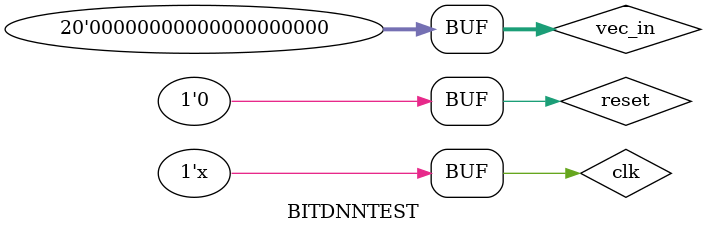
<source format=v>
`timescale 1ns / 1ps


module BITDNNTEST;

	// Inputs
	reg clk;
	reg reset;
	reg [19:0] vec_in;
	reg dv_in;
	reg [15:0] index2=0;	
	// Outputs
	wire [10:0] vec_out;
	wire dv_out;
	wire [15:0] outdataP;
	wire [14:0] dinV;

	// Instantiate the Unit Under Test (UUT)
	DNN_0117 uut (
		.clk(clk), 
		.reset(reset), 
		.vec_in(vec_in), 
		.dv_in(dv_in), 
		.vec_out(vec_out), 
		.dv_out(dv_out),
		.outdataP(outdataP),
		.dinV(dinV)
		
	);
always begin
		#5
		clk=~clk; 
		
		
	end
	always begin
		#10
		if(index2==20) begin 
			dv_in=1;
			index2=0;
		end
		else begin
			dv_in=0;
			index2=index2+1;
		end
	end
	initial begin
		// Initialize Inputs
		clk = 0;
		reset = 0;
		vec_in = 0;
		dv_in = 0;

		// Wait 100 ns for global reset to finish
		#100;
        
		// Add stimulus here

	end

      
endmodule


</source>
